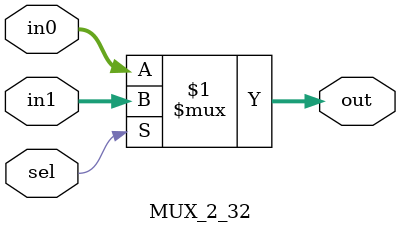
<source format=v>
module MUX_2_32(in0, in1, sel, out);
    input [31:0] in0,in1;
    input sel;
    output [31:0] out;  
    assign out = sel? in1 : in0;
endmodule
</source>
